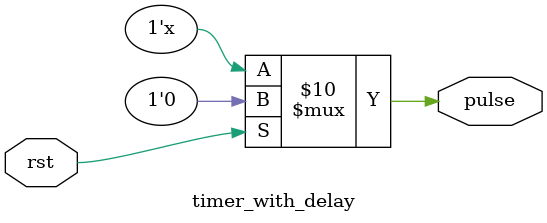
<source format=v>
`timescale 1us/1us
module timer_with_delay #(parameter Resistor1=1, parameter Resistor2=50, parameter capacitor=10) (rst, pulse);
    input rst;
    output reg pulse;

        localparam integer onduration = ((Resistor1 + Resistor2) * capacitor * 0.693);
	localparam integer offduration = (Resistor2 * capacitor * 0.693);

    always @(pulse or rst) begin
        if (rst == 1'b1)
            pulse <= 1'b0;
        else begin
            if (pulse == 1'b0)
                #(offduration) pulse <= ~pulse;
            else
                #(onduration) pulse <= ~pulse;
        end
    end
endmodule

</source>
